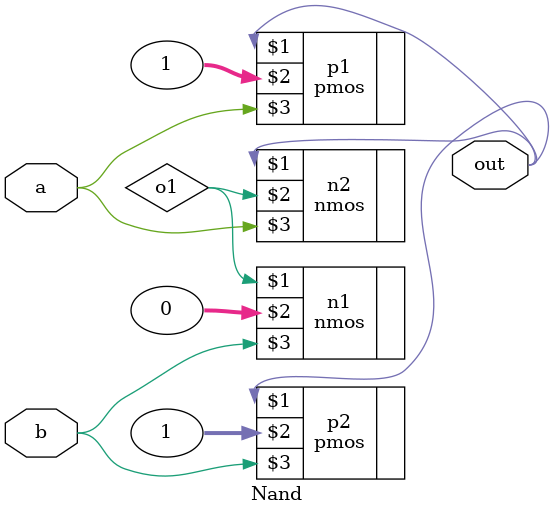
<source format=v>
module Nand(input a, b, output out);
  nmos n1(o1, 0, b);
  nmos n2(out, o1, a);

  pmos p1(out, 1, a);
  pmos p2(out, 1, b);
endmodule
</source>
